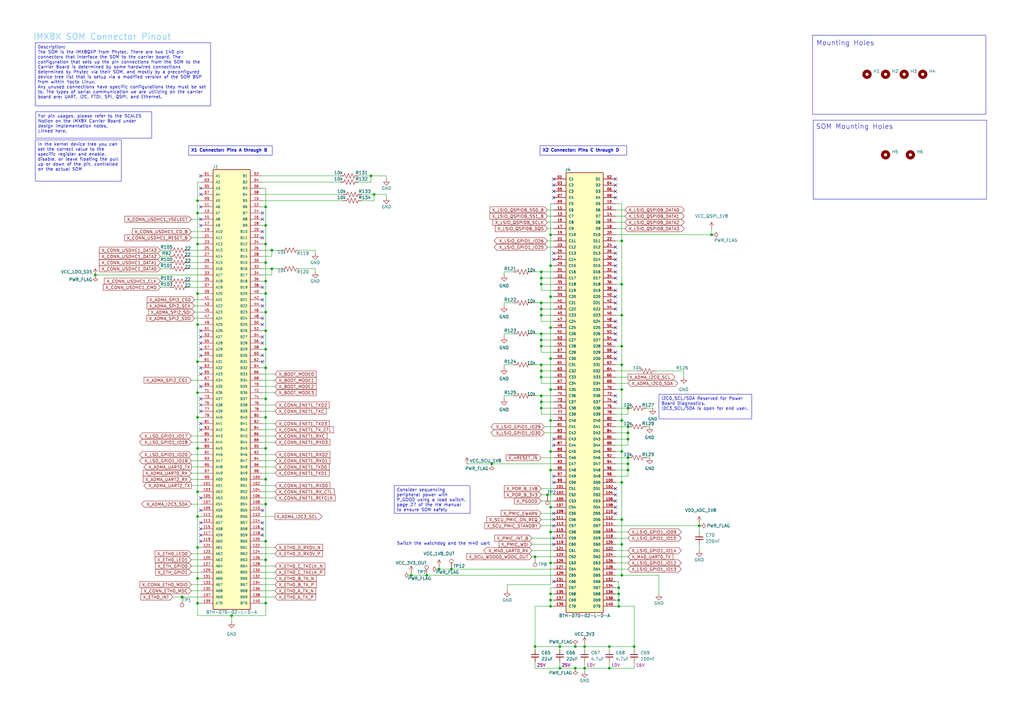
<source format=kicad_sch>
(kicad_sch (version 20250114) (generator "eeschema") (generator_version "9.0")
  (paper "A3")
  (rectangle (start 333.248 14.478) (end 404.368 46.863))
  (rectangle (start 333.502 49.276) (end 404.622 81.661))
  (text "Mounting Holes" (at 346.71 17.78 0) (effects (font (size 2.032 2.032) (thickness 0.1524) (bold yes))))
  (text "Switch the watchdog and the m40 uart" (at 181.864 223.012 0) (effects (font (size 1.27 1.27))))
  (text "SOM Mounting Holes" (at 350.52 52.07 0) (effects (font (size 2.032 2.032) (thickness 0.1524) (bold yes))))
  (text "IMX8X SOM Connector Pinout" (at 41.91 15.24 0) (effects (font (size 2.54 2.54) (thickness 0.254) (bold yes))))
  (text_box "Consider sequencing peripheral power with P_GOOD using a load switch. page 27 of the HW manual to ensure SOM safety" (at 161.671 199.136 0) (size 31.115 11.43) (margins 0.9525 0.9525 0.9525 0.9525) (effects (font (size 1.27 1.27)) (justify left top)))
  (text_box "X2 Connector: Pins C through D" (at 221.488 59.817 0) (size 35.56 3.81) (margins 0.9525 0.9525 0.9525 0.9525) (effects (font (size 1.27 1.27) (thickness 0.254) (bold yes)) (justify left top)))
  (text_box "In the kernel device tree you can set the correct value to the specific register and enable, disable, or leave floating the pull up or down of the pin, controlled on the actual SOM\n" (at 14.478 57.404 0) (size 35.306 16.891) (margins 0.9525 0.9525 0.9525 0.9525) (effects (font (size 1.27 1.27)) (justify left top)))
  (text_box "I2C0_SCL/SDA Reserved for Power Board Diagnostics. \nI2C3_SCL/SDA is open for end user." (at 270.256 161.671 0) (size 38.1 10.16) (margins 0.9525 0.9525 0.9525 0.9525) (effects (font (size 1.27 1.27)) (justify left top)))
  (text_box "For pin usages, please refer to the SCALES Notion on the IMX8X Carrier Board under design implementation notes.\nLinked here." (at 14.605 45.847 0) (size 47.625 10.795) (margins 0.9525 0.9525 0.9525 0.9525) (effects (font (size 1.27 1.27)) (justify left top)))
  (text_box "Description:\nThe SOM is the IMX8QXP from Phytec. There are two 140 pin connectors that interface the SOM to the carrier board. The configuration that sets up the pin connections from the SOM to the Carrier Board is determined by some hardwired connections determined by Phytec via their SOM, and mostly by a preconfigured device tree list that is setup via a modified version of the SOM BSP from within Yocto Linux.\nAny unused connections have specific configurations they must be set to. The types of serial communication we are utilizing on the carrier board are: UART, I2C, FTDI, SPI, QSPI, and Ethernet." (at 14.478 17.526 0) (size 71.882 25.908) (margins 0.9525 0.9525 0.9525 0.9525) (effects (font (size 1.27 1.27)) (justify left top)))
  (text_box "X1 Connector: Pins A through B" (at 77.343 59.817 0) (size 34.29 3.81) (margins 0.9525 0.9525 0.9525 0.9525) (effects (font (size 1.27 1.27) (thickness 0.254) (bold yes)) (justify left top)))
  (junction (at 257.556 190.246))
  (junction (at 81.026 224.536))
  (junction (at 108.966 120.396))
  (junction (at 229.616 265.176))
  (junction (at 108.966 150.876))
  (junction (at 239.776 274.066))
  (junction (at 225.806 208.026))
  (junction (at 255.016 149.606))
  (junction (at 221.996 114.046))
  (junction (at 255.016 116.586))
  (junction (at 175.006 235.966))
  (junction (at 239.776 265.176))
  (junction (at 255.016 235.966))
  (junction (at 225.806 147.066))
  (junction (at 81.026 237.236))
  (junction (at 225.806 121.666))
  (junction (at 257.556 177.546))
  (junction (at 221.996 162.306))
  (junction (at 219.456 265.176))
  (junction (at 221.996 124.206))
  (junction (at 255.016 141.986))
  (junction (at 108.966 171.196))
  (junction (at 257.556 167.386))
  (junction (at 257.556 180.086))
  (junction (at 260.096 265.176))
  (junction (at 108.966 128.016))
  (junction (at 108.966 100.076))
  (junction (at 225.806 218.186))
  (junction (at 111.506 102.616))
  (junction (at 255.016 197.866))
  (junction (at 219.456 228.346))
  (junction (at 81.026 201.676))
  (junction (at 221.996 149.606))
  (junction (at 229.616 274.066))
  (junction (at 255.016 172.466))
  (junction (at 221.996 136.906))
  (junction (at 255.016 185.166))
  (junction (at 221.996 154.686))
  (junction (at 221.996 139.446))
  (junction (at 235.966 265.176))
  (junction (at 108.966 247.396))
  (junction (at 255.016 213.106))
  (junction (at 253.746 241.046))
  (junction (at 221.996 164.846))
  (junction (at 225.806 134.366))
  (junction (at 108.966 143.256))
  (junction (at 81.026 120.396))
  (junction (at 108.966 229.616))
  (junction (at 81.026 247.396))
  (junction (at 221.996 167.386))
  (junction (at 221.996 116.586))
  (junction (at 81.026 82.296))
  (junction (at 225.806 246.126))
  (junction (at 108.966 92.456))
  (junction (at 225.806 172.466))
  (junction (at 225.806 159.766))
  (junction (at 111.506 110.236))
  (junction (at 221.996 126.746))
  (junction (at 257.556 192.786))
  (junction (at 108.966 206.756))
  (junction (at 81.026 211.836))
  (junction (at 286.766 215.646))
  (junction (at 255.016 129.286))
  (junction (at 221.996 141.986))
  (junction (at 225.806 230.886))
  (junction (at 74.676 244.856))
  (junction (at 225.806 108.966))
  (junction (at 152.146 72.136))
  (junction (at 255.016 159.766))
  (junction (at 108.966 135.636))
  (junction (at 108.966 196.596))
  (junction (at 291.846 96.266))
  (junction (at 201.676 190.246))
  (junction (at 253.746 246.126))
  (junction (at 108.966 115.316))
  (junction (at 224.536 202.946))
  (junction (at 225.806 248.666))
  (junction (at 180.086 233.426))
  (junction (at 253.746 248.666))
  (junction (at 81.026 148.336))
  (junction (at 249.936 265.176))
  (junction (at 81.026 183.896))
  (junction (at 81.026 171.196))
  (junction (at 225.806 185.166))
  (junction (at 81.026 100.076))
  (junction (at 221.996 152.146))
  (junction (at 225.806 192.786))
  (junction (at 221.996 111.506))
  (junction (at 225.806 243.586))
  (junction (at 108.966 163.576))
  (junction (at 235.966 274.066))
  (junction (at 255.016 223.266))
  (junction (at 185.166 233.426))
  (junction (at 81.026 133.096))
  (junction (at 255.016 98.806))
  (junction (at 108.966 183.896))
  (junction (at 108.966 107.696))
  (junction (at 108.966 84.836))
  (junction (at 94.996 252.476))
  (junction (at 257.556 187.706))
  (junction (at 39.116 112.776))
  (junction (at 81.026 161.036))
  (junction (at 257.556 175.006))
  (junction (at 81.026 87.376))
  (junction (at 221.996 129.286))
  (junction (at 225.806 96.266))
  (junction (at 249.936 274.066))
  (junction (at 168.656 235.966))
  (junction (at 108.966 221.996))
  (junction (at 253.746 243.586))
  (junction (at 153.416 79.756))
  (no_connect (at 252.476 108.966))
  (no_connect (at 107.696 130.556))
  (no_connect (at 252.476 200.406))
  (no_connect (at 82.296 135.636))
  (no_connect (at 252.476 162.306))
  (no_connect (at 107.696 94.996))
  (no_connect (at 252.476 205.486))
  (no_connect (at 82.296 150.876))
  (no_connect (at 227.076 106.426))
  (no_connect (at 82.296 176.276))
  (no_connect (at 107.696 216.916))
  (no_connect (at 82.296 77.216))
  (no_connect (at 227.076 182.626))
  (no_connect (at 107.696 125.476))
  (no_connect (at 252.476 75.946))
  (no_connect (at 227.076 238.506))
  (no_connect (at 252.476 144.526))
  (no_connect (at 227.076 220.726))
  (no_connect (at 252.476 124.206))
  (no_connect (at 82.296 145.796))
  (no_connect (at 252.476 78.486))
  (no_connect (at 227.076 103.886))
  (no_connect (at 227.076 213.106))
  (no_connect (at 227.076 180.086))
  (no_connect (at 252.476 139.446))
  (no_connect (at 227.076 195.326))
  (no_connect (at 82.296 221.996))
  (no_connect (at 82.296 84.836))
  (no_connect (at 107.696 87.376))
  (no_connect (at 107.696 209.296))
  (no_connect (at 227.076 75.946))
  (no_connect (at 252.476 131.826))
  (no_connect (at 82.296 219.456))
  (no_connect (at 252.476 164.846))
  (no_connect (at 227.076 215.646))
  (no_connect (at 107.696 214.376))
  (no_connect (at 82.296 204.216))
  (no_connect (at 252.476 136.906))
  (no_connect (at 252.476 114.046))
  (no_connect (at 107.696 140.716))
  (no_connect (at 227.076 210.566))
  (no_connect (at 107.696 122.936))
  (no_connect (at 107.696 138.176))
  (no_connect (at 252.476 81.026))
  (no_connect (at 82.296 216.916))
  (no_connect (at 252.476 101.346))
  (no_connect (at 82.296 92.456))
  (no_connect (at 107.696 97.536))
  (no_connect (at 252.476 111.506))
  (no_connect (at 82.296 72.136))
  (no_connect (at 252.476 126.746))
  (no_connect (at 252.476 106.426))
  (no_connect (at 82.296 158.496))
  (no_connect (at 82.296 168.656))
  (no_connect (at 252.476 202.946))
  (no_connect (at 227.076 81.026))
  (no_connect (at 252.476 134.366))
  (no_connect (at 252.476 121.666))
  (no_connect (at 227.076 78.486))
  (no_connect (at 252.476 119.126))
  (no_connect (at 107.696 219.456))
  (no_connect (at 82.296 79.756))
  (no_connect (at 82.296 173.736))
  (no_connect (at 252.476 103.886))
  (no_connect (at 82.296 166.116))
  (no_connect (at 107.696 145.796))
  (no_connect (at 82.296 153.416))
  (no_connect (at 82.296 143.256))
  (no_connect (at 227.076 197.866))
  (no_connect (at 252.476 210.566))
  (no_connect (at 107.696 117.856))
  (no_connect (at 82.296 163.576))
  (no_connect (at 227.076 73.406))
  (no_connect (at 82.296 140.716))
  (no_connect (at 107.696 89.916))
  (no_connect (at 82.296 209.296))
  (no_connect (at 107.696 148.336))
  (no_connect (at 252.476 147.066))
  (no_connect (at 227.076 223.266))
  (no_connect (at 82.296 89.916))
  (no_connect (at 107.696 133.096))
  (no_connect (at 82.296 138.176))
  (no_connect (at 82.296 214.376))
  (no_connect (at 252.476 208.026))
  (no_connect (at 252.476 73.406))
  (wire (pts (xy 78.486 97.536) (xy 82.296 97.536)))
  (wire (pts (xy 270.256 243.586) (xy 270.256 235.966)))
  (wire (pts (xy 107.696 115.316) (xy 108.966 115.316)))
  (wire (pts (xy 107.696 221.996) (xy 108.966 221.996)))
  (wire (pts (xy 227.076 172.466) (xy 225.806 172.466)))
  (wire (pts (xy 82.296 183.896) (xy 81.026 183.896)))
  (wire (pts (xy 78.486 94.996) (xy 82.296 94.996)))
  (wire (pts (xy 252.476 83.566) (xy 255.016 83.566)))
  (wire (pts (xy 227.076 167.386) (xy 221.996 167.386)))
  (wire (pts (xy 153.416 79.756) (xy 153.416 82.296)))
  (wire (pts (xy 81.026 237.236) (xy 82.296 237.236)))
  (wire (pts (xy 107.696 105.156) (xy 111.506 105.156)))
  (wire (pts (xy 227.076 144.526) (xy 221.996 144.526)))
  (wire (pts (xy 221.996 200.406) (xy 227.076 200.406)))
  (wire (pts (xy 107.696 186.436) (xy 112.776 186.436)))
  (wire (pts (xy 78.486 186.436) (xy 82.296 186.436)))
  (wire (pts (xy 81.026 247.396) (xy 82.296 247.396)))
  (wire (pts (xy 252.476 182.626) (xy 257.556 182.626)))
  (wire (pts (xy 107.696 163.576) (xy 108.966 163.576)))
  (wire (pts (xy 206.756 162.306) (xy 206.756 163.576)))
  (wire (pts (xy 239.776 274.066) (xy 239.776 275.336)))
  (wire (pts (xy 107.696 74.676) (xy 139.446 74.676)))
  (wire (pts (xy 94.996 255.016) (xy 94.996 252.476)))
  (wire (pts (xy 252.476 190.246) (xy 257.556 190.246)))
  (wire (pts (xy 108.966 115.316) (xy 108.966 120.396)))
  (wire (pts (xy 107.696 110.236) (xy 111.506 110.236)))
  (wire (pts (xy 221.996 119.126) (xy 221.996 116.586)))
  (wire (pts (xy 221.996 162.306) (xy 227.076 162.306)))
  (wire (pts (xy 111.506 105.156) (xy 111.506 102.616)))
  (wire (pts (xy 257.556 167.386) (xy 257.556 169.926)))
  (wire (pts (xy 252.476 154.686) (xy 257.556 154.686)))
  (wire (pts (xy 227.076 157.226) (xy 221.996 157.226)))
  (wire (pts (xy 78.486 181.356) (xy 82.296 181.356)))
  (wire (pts (xy 219.456 265.176) (xy 229.616 265.176)))
  (wire (pts (xy 257.556 175.006) (xy 257.556 177.546)))
  (wire (pts (xy 107.696 196.596) (xy 108.966 196.596)))
  (wire (pts (xy 252.476 116.586) (xy 255.016 116.586)))
  (wire (pts (xy 255.016 98.806) (xy 255.016 116.586)))
  (wire (pts (xy 286.766 215.646) (xy 286.766 218.186)))
  (wire (pts (xy 81.026 148.336) (xy 81.026 161.036)))
  (wire (pts (xy 39.116 112.776) (xy 82.296 112.776)))
  (wire (pts (xy 260.096 266.446) (xy 260.096 265.176)))
  (wire (pts (xy 210.566 162.306) (xy 206.756 162.306)))
  (wire (pts (xy 252.476 167.386) (xy 257.556 167.386)))
  (wire (pts (xy 221.996 157.226) (xy 221.996 154.686)))
  (wire (pts (xy 221.996 111.506) (xy 227.076 111.506)))
  (wire (pts (xy 148.336 79.756) (xy 153.416 79.756)))
  (wire (pts (xy 225.806 108.966) (xy 225.806 96.266)))
  (wire (pts (xy 227.076 246.126) (xy 225.806 246.126)))
  (wire (pts (xy 227.076 139.446) (xy 221.996 139.446)))
  (wire (pts (xy 108.966 143.256) (xy 108.966 150.876)))
  (wire (pts (xy 70.866 244.856) (xy 74.676 244.856)))
  (wire (pts (xy 252.476 185.166) (xy 255.016 185.166)))
  (wire (pts (xy 107.696 227.076) (xy 112.776 227.076)))
  (wire (pts (xy 227.076 164.846) (xy 221.996 164.846)))
  (wire (pts (xy 153.416 82.296) (xy 148.336 82.296)))
  (wire (pts (xy 78.486 188.976) (xy 82.296 188.976)))
  (wire (pts (xy 108.966 171.196) (xy 108.966 183.896)))
  (wire (pts (xy 227.076 159.766) (xy 225.806 159.766)))
  (wire (pts (xy 158.496 79.756) (xy 158.496 81.026)))
  (wire (pts (xy 81.026 120.396) (xy 81.026 133.096)))
  (wire (pts (xy 206.756 136.906) (xy 206.756 138.176)))
  (wire (pts (xy 252.476 175.006) (xy 257.556 175.006)))
  (wire (pts (xy 253.746 238.506) (xy 253.746 241.046)))
  (wire (pts (xy 107.696 173.736) (xy 112.776 173.736)))
  (wire (pts (xy 227.076 121.666) (xy 225.806 121.666)))
  (wire (pts (xy 260.096 274.066) (xy 249.936 274.066)))
  (wire (pts (xy 111.506 112.776) (xy 111.506 110.236)))
  (wire (pts (xy 260.096 271.526) (xy 260.096 274.066)))
  (wire (pts (xy 107.696 239.776) (xy 112.776 239.776)))
  (wire (pts (xy 107.696 168.656) (xy 112.776 168.656)))
  (wire (pts (xy 111.506 102.616) (xy 115.316 102.616)))
  (wire (pts (xy 65.786 102.616) (xy 69.596 102.616)))
  (wire (pts (xy 158.496 72.136) (xy 158.496 73.406)))
  (wire (pts (xy 108.966 128.016) (xy 108.966 135.636)))
  (wire (pts (xy 65.786 110.236) (xy 69.596 110.236)))
  (wire (pts (xy 78.486 199.136) (xy 82.296 199.136)))
  (wire (pts (xy 107.696 234.696) (xy 112.776 234.696)))
  (wire (pts (xy 82.296 133.096) (xy 81.026 133.096)))
  (wire (pts (xy 227.076 114.046) (xy 221.996 114.046)))
  (wire (pts (xy 229.616 274.066) (xy 235.966 274.066)))
  (wire (pts (xy 255.016 213.106) (xy 252.476 213.106)))
  (wire (pts (xy 235.966 265.176) (xy 239.776 265.176)))
  (wire (pts (xy 235.966 274.066) (xy 239.776 274.066)))
  (wire (pts (xy 252.476 98.806) (xy 255.016 98.806)))
  (wire (pts (xy 255.016 223.266) (xy 255.016 213.106)))
  (wire (pts (xy 81.026 82.296) (xy 82.296 82.296)))
  (wire (pts (xy 255.016 83.566) (xy 255.016 98.806)))
  (wire (pts (xy 65.786 105.156) (xy 69.596 105.156)))
  (wire (pts (xy 81.026 252.476) (xy 81.026 247.396)))
  (wire (pts (xy 218.186 228.346) (xy 219.456 228.346)))
  (wire (pts (xy 255.016 213.106) (xy 255.016 197.866)))
  (wire (pts (xy 219.456 274.066) (xy 229.616 274.066)))
  (wire (pts (xy 252.476 159.766) (xy 255.016 159.766)))
  (wire (pts (xy 81.026 100.076) (xy 82.296 100.076)))
  (wire (pts (xy 218.186 225.806) (xy 227.076 225.806)))
  (wire (pts (xy 224.536 202.946) (xy 227.076 202.946)))
  (wire (pts (xy 107.696 237.236) (xy 112.776 237.236)))
  (wire (pts (xy 257.556 187.706) (xy 257.556 190.246)))
  (wire (pts (xy 265.176 167.386) (xy 267.716 167.386)))
  (wire (pts (xy 255.016 185.166) (xy 255.016 197.866)))
  (wire (pts (xy 256.286 91.186) (xy 252.476 91.186)))
  (wire (pts (xy 208.026 239.776) (xy 208.026 242.316)))
  (wire (pts (xy 210.566 124.206) (xy 206.756 124.206)))
  (wire (pts (xy 239.776 265.176) (xy 239.776 266.446)))
  (wire (pts (xy 225.806 159.766) (xy 225.806 172.466)))
  (wire (pts (xy 255.016 116.586) (xy 255.016 129.286)))
  (wire (pts (xy 286.766 214.376) (xy 286.766 215.646)))
  (wire (pts (xy 225.806 241.046) (xy 225.806 243.586)))
  (wire (pts (xy 252.476 195.326) (xy 257.556 195.326)))
  (wire (pts (xy 107.696 150.876) (xy 108.966 150.876)))
  (wire (pts (xy 227.076 129.286) (xy 221.996 129.286)))
  (wire (pts (xy 78.486 89.916) (xy 82.296 89.916)))
  (wire (pts (xy 112.776 158.496) (xy 107.696 158.496)))
  (wire (pts (xy 218.186 162.306) (xy 221.996 162.306)))
  (wire (pts (xy 224.536 88.646) (xy 227.076 88.646)))
  (wire (pts (xy 81.026 224.536) (xy 81.026 237.236)))
  (wire (pts (xy 239.776 274.066) (xy 249.936 274.066)))
  (wire (pts (xy 81.026 201.676) (xy 81.026 211.836)))
  (wire (pts (xy 108.966 77.216) (xy 108.966 84.836)))
  (wire (pts (xy 107.696 242.316) (xy 112.776 242.316)))
  (wire (pts (xy 225.806 208.026) (xy 227.076 208.026)))
  (wire (pts (xy 291.846 96.266) (xy 291.846 93.726)))
  (wire (pts (xy 108.966 163.576) (xy 108.966 171.196)))
  (wire (pts (xy 185.166 233.426) (xy 227.076 233.426)))
  (wire (pts (xy 107.696 120.396) (xy 108.966 120.396)))
  (wire (pts (xy 107.696 112.776) (xy 111.506 112.776)))
  (wire (pts (xy 255.016 159.766) (xy 255.016 172.466)))
  (wire (pts (xy 81.026 211.836) (xy 81.026 224.536)))
  (wire (pts (xy 77.216 115.316) (xy 82.296 115.316)))
  (wire (pts (xy 221.996 213.106) (xy 227.076 213.106)))
  (wire (pts (xy 252.476 225.806) (xy 257.556 225.806)))
  (wire (pts (xy 82.296 211.836) (xy 81.026 211.836)))
  (wire (pts (xy 252.476 180.086) (xy 257.556 180.086)))
  (wire (pts (xy 219.456 228.346) (xy 227.076 228.346)))
  (wire (pts (xy 227.076 185.166) (xy 225.806 185.166)))
  (wire (pts (xy 227.076 83.566) (xy 225.806 83.566)))
  (wire (pts (xy 107.696 102.616) (xy 111.506 102.616)))
  (wire (pts (xy 227.076 248.666) (xy 225.806 248.666)))
  (wire (pts (xy 221.996 187.706) (xy 227.076 187.706)))
  (wire (pts (xy 221.996 131.826) (xy 221.996 129.286)))
  (wire (pts (xy 77.216 105.156) (xy 82.296 105.156)))
  (wire (pts (xy 218.186 149.606) (xy 221.996 149.606)))
  (wire (pts (xy 224.536 86.106) (xy 227.076 86.106)))
  (wire (pts (xy 107.696 188.976) (xy 112.776 188.976)))
  (wire (pts (xy 227.076 243.586) (xy 225.806 243.586)))
  (wire (pts (xy 227.076 134.366) (xy 225.806 134.366)))
  (wire (pts (xy 153.416 79.756) (xy 158.496 79.756)))
  (wire (pts (xy 77.216 110.236) (xy 82.296 110.236)))
  (wire (pts (xy 107.696 224.536) (xy 112.776 224.536)))
  (wire (pts (xy 257.556 190.246) (xy 257.556 192.786)))
  (wire (pts (xy 225.806 134.366) (xy 225.806 147.066)))
  (wire (pts (xy 152.146 74.676) (xy 147.066 74.676)))
  (wire (pts (xy 227.076 147.066) (xy 225.806 147.066)))
  (wire (pts (xy 227.076 141.986) (xy 221.996 141.986)))
  (wire (pts (xy 252.476 177.546) (xy 257.556 177.546)))
  (wire (pts (xy 256.286 93.726) (xy 252.476 93.726)))
  (wire (pts (xy 201.676 190.246) (xy 191.516 190.246)))
  (wire (pts (xy 122.936 110.236) (xy 129.286 110.236)))
  (wire (pts (xy 227.076 241.046) (xy 225.806 241.046)))
  (wire (pts (xy 252.476 141.986) (xy 255.016 141.986)))
  (wire (pts (xy 129.286 102.616) (xy 129.286 103.886)))
  (wire (pts (xy 252.476 218.186) (xy 257.556 218.186)))
  (wire (pts (xy 256.286 88.646) (xy 252.476 88.646)))
  (wire (pts (xy 223.266 175.006) (xy 227.076 175.006)))
  (wire (pts (xy 107.696 135.636) (xy 108.966 135.636)))
  (wire (pts (xy 255.016 223.266) (xy 252.476 223.266)))
  (wire (pts (xy 210.566 111.506) (xy 206.756 111.506)))
  (wire (pts (xy 82.296 201.676) (xy 81.026 201.676)))
  (wire (pts (xy 112.776 153.416) (xy 107.696 153.416)))
  (wire (pts (xy 225.806 172.466) (xy 225.806 185.166)))
  (wire (pts (xy 268.986 152.146) (xy 280.416 152.146)))
  (wire (pts (xy 108.966 229.616) (xy 108.966 247.396)))
  (wire (pts (xy 81.026 183.896) (xy 81.026 201.676)))
  (wire (pts (xy 252.476 157.226) (xy 257.556 157.226)))
  (wire (pts (xy 257.556 177.546) (xy 257.556 180.086)))
  (wire (pts (xy 175.006 235.966) (xy 227.076 235.966)))
  (wire (pts (xy 81.026 148.336) (xy 81.026 133.096)))
  (wire (pts (xy 229.616 265.176) (xy 235.966 265.176)))
  (wire (pts (xy 252.476 215.646) (xy 286.766 215.646)))
  (wire (pts (xy 221.996 139.446) (xy 221.996 136.906)))
  (wire (pts (xy 108.966 183.896) (xy 108.966 196.596)))
  (wire (pts (xy 255.016 197.866) (xy 252.476 197.866)))
  (wire (pts (xy 221.996 114.046) (xy 221.996 116.586)))
  (wire (pts (xy 227.076 169.926) (xy 221.996 169.926)))
  (wire (pts (xy 252.476 230.886) (xy 257.556 230.886)))
  (wire (pts (xy 107.696 79.756) (xy 140.716 79.756)))
  (wire (pts (xy 225.806 248.666) (xy 225.806 246.126)))
  (wire (pts (xy 78.486 232.156) (xy 82.296 232.156)))
  (wire (pts (xy 252.476 187.706) (xy 257.556 187.706)))
  (wire (pts (xy 265.176 187.706) (xy 266.446 187.706)))
  (wire (pts (xy 107.696 92.456) (xy 108.966 92.456)))
  (wire (pts (xy 108.966 252.476) (xy 94.996 252.476)))
  (wire (pts (xy 252.476 129.286) (xy 255.016 129.286)))
  (wire (pts (xy 107.696 244.856) (xy 112.776 244.856)))
  (wire (pts (xy 82.296 161.036) (xy 81.026 161.036)))
  (wire (pts (xy 257.556 169.926) (xy 252.476 169.926)))
  (wire (pts (xy 218.186 136.906) (xy 221.996 136.906)))
  (wire (pts (xy 108.966 135.636) (xy 108.966 143.256)))
  (wire (pts (xy 81.026 74.676) (xy 81.026 82.296)))
  (wire (pts (xy 252.476 149.606) (xy 255.016 149.606)))
  (wire (pts (xy 107.696 204.216) (xy 112.776 204.216)))
  (wire (pts (xy 221.996 114.046) (xy 221.996 111.506)))
  (wire (pts (xy 225.806 208.026) (xy 225.806 218.186)))
  (wire (pts (xy 252.476 241.046) (xy 253.746 241.046)))
  (wire (pts (xy 227.076 230.886) (xy 225.806 230.886)))
  (wire (pts (xy 107.696 232.156) (xy 112.776 232.156)))
  (wire (pts (xy 108.966 92.456) (xy 108.966 100.076)))
  (wire (pts (xy 107.696 211.836) (xy 112.776 211.836)))
  (wire (pts (xy 107.696 107.696) (xy 108.966 107.696)))
  (wire (pts (xy 180.086 233.426) (xy 185.166 233.426)))
  (wire (pts (xy 221.996 202.946) (xy 224.536 202.946)))
  (wire (pts (xy 107.696 181.356) (xy 112.776 181.356)))
  (wire (pts (xy 107.696 178.816) (xy 112.776 178.816)))
  (wire (pts (xy 108.966 196.596) (xy 108.966 206.756)))
  (wire (pts (xy 225.806 147.066) (xy 225.806 159.766)))
  (wire (pts (xy 74.676 244.856) (xy 82.296 244.856)))
  (wire (pts (xy 108.966 107.696) (xy 108.966 115.316)))
  (wire (pts (xy 82.296 148.336) (xy 81.026 148.336)))
  (wire (pts (xy 108.966 150.876) (xy 108.966 163.576)))
  (wire (pts (xy 78.486 239.776) (xy 82.296 239.776)))
  (wire (pts (xy 129.286 110.236) (xy 129.286 111.506)))
  (wire (pts (xy 227.076 152.146) (xy 221.996 152.146)))
  (wire (pts (xy 221.996 164.846) (xy 221.996 167.386)))
  (wire (pts (xy 107.696 199.136) (xy 112.776 199.136)))
  (wire (pts (xy 81.026 82.296) (xy 81.026 87.376)))
  (wire (pts (xy 252.476 248.666) (xy 253.746 248.666)))
  (wire (pts (xy 201.676 190.246) (xy 227.076 190.246)))
  (wire (pts (xy 252.476 228.346) (xy 257.556 228.346)))
  (wire (pts (xy 225.806 192.786) (xy 225.806 208.026)))
  (wire (pts (xy 252.476 238.506) (xy 253.746 238.506)))
  (wire (pts (xy 255.016 149.606) (xy 255.016 159.766)))
  (wire (pts (xy 79.756 125.476) (xy 82.296 125.476)))
  (wire (pts (xy 227.076 131.826) (xy 221.996 131.826)))
  (wire (pts (xy 225.806 239.776) (xy 208.026 239.776)))
  (wire (pts (xy 108.966 100.076) (xy 108.966 107.696)))
  (wire (pts (xy 239.776 271.526) (xy 239.776 274.066)))
  (wire (pts (xy 81.026 100.076) (xy 81.026 120.396)))
  (wire (pts (xy 108.966 221.996) (xy 108.966 229.616)))
  (wire (pts (xy 111.506 110.236) (xy 115.316 110.236)))
  (wire (pts (xy 218.186 111.506) (xy 221.996 111.506)))
  (wire (pts (xy 227.076 154.686) (xy 221.996 154.686)))
  (wire (pts (xy 107.696 77.216) (xy 108.966 77.216)))
  (wire (pts (xy 252.476 233.426) (xy 257.556 233.426)))
  (wire (pts (xy 227.076 126.746) (xy 221.996 126.746)))
  (wire (pts (xy 219.456 248.666) (xy 219.456 265.176)))
  (wire (pts (xy 224.536 93.726) (xy 227.076 93.726)))
  (wire (pts (xy 79.756 130.556) (xy 82.296 130.556)))
  (wire (pts (xy 225.806 230.886) (xy 225.806 218.186)))
  (wire (pts (xy 79.756 128.016) (xy 82.296 128.016)))
  (wire (pts (xy 81.026 237.236) (xy 81.026 247.396)))
  (wire (pts (xy 221.996 164.846) (xy 221.996 162.306)))
  (wire (pts (xy 225.806 108.966) (xy 225.806 121.666)))
  (wire (pts (xy 77.216 102.616) (xy 82.296 102.616)))
  (wire (pts (xy 260.096 265.176) (xy 249.936 265.176)))
  (wire (pts (xy 78.486 155.956) (xy 82.296 155.956)))
  (wire (pts (xy 78.486 178.816) (xy 82.296 178.816)))
  (wire (pts (xy 82.296 120.396) (xy 81.026 120.396)))
  (wire (pts (xy 255.016 172.466) (xy 255.016 185.166)))
  (wire (pts (xy 77.216 107.696) (xy 82.296 107.696)))
  (wire (pts (xy 78.486 229.616) (xy 82.296 229.616)))
  (wire (pts (xy 229.616 271.526) (xy 229.616 274.066)))
  (wire (pts (xy 255.016 129.286) (xy 255.016 141.986)))
  (wire (pts (xy 112.776 161.036) (xy 107.696 161.036)))
  (wire (pts (xy 221.996 124.206) (xy 227.076 124.206)))
  (wire (pts (xy 206.756 111.506) (xy 206.756 112.776)))
  (wire (pts (xy 252.476 96.266) (xy 291.846 96.266)))
  (wire (pts (xy 81.026 87.376) (xy 81.026 100.076)))
  (wire (pts (xy 180.086 233.426) (xy 180.086 232.156)))
  (wire (pts (xy 225.806 185.166) (xy 225.806 192.786)))
  (wire (pts (xy 108.966 120.396) (xy 108.966 128.016)))
  (wire (pts (xy 112.776 155.956) (xy 107.696 155.956)))
  (wire (pts (xy 227.076 119.126) (xy 221.996 119.126)))
  (wire (pts (xy 221.996 126.746) (xy 221.996 129.286)))
  (wire (pts (xy 108.966 247.396) (xy 108.966 252.476)))
  (wire (pts (xy 168.656 235.966) (xy 168.656 234.696)))
  (wire (pts (xy 257.556 180.086) (xy 257.556 182.626)))
  (wire (pts (xy 252.476 172.466) (xy 255.016 172.466)))
  (wire (pts (xy 255.016 141.986) (xy 255.016 149.606)))
  (wire (pts (xy 270.256 235.966) (xy 255.016 235.966)))
  (wire (pts (xy 107.696 171.196) (xy 108.966 171.196)))
  (wire (pts (xy 107.696 201.676) (xy 112.776 201.676)))
  (wire (pts (xy 221.996 152.146) (xy 221.996 154.686)))
  (wire (pts (xy 210.566 136.906) (xy 206.756 136.906)))
  (wire (pts (xy 221.996 136.906) (xy 227.076 136.906)))
  (wire (pts (xy 257.556 192.786) (xy 257.556 195.326)))
  (wire (pts (xy 225.806 230.886) (xy 225.806 239.776)))
  (wire (pts (xy 107.696 206.756) (xy 108.966 206.756)))
  (wire (pts (xy 253.746 243.586) (xy 253.746 246.126)))
  (wire (pts (xy 252.476 243.586) (xy 253.746 243.586)))
  (wire (pts (xy 225.806 218.186) (xy 227.076 218.186)))
  (wire (pts (xy 78.486 234.696) (xy 82.296 234.696)))
  (wire (pts (xy 78.486 206.756) (xy 82.296 206.756)))
  (wire (pts (xy 107.696 82.296) (xy 140.716 82.296)))
  (wire (pts (xy 221.996 152.146) (xy 221.996 149.606)))
  (wire (pts (xy 122.936 102.616) (xy 129.286 102.616)))
  (wire (pts (xy 229.616 265.176) (xy 229.616 266.446)))
  (wire (pts (xy 77.216 117.856) (xy 82.296 117.856)))
  (wire (pts (xy 65.786 117.856) (xy 69.596 117.856)))
  (wire (pts (xy 82.296 74.676) (xy 81.026 74.676)))
  (wire (pts (xy 107.696 100.076) (xy 108.966 100.076)))
  (wire (pts (xy 107.696 194.056) (xy 112.776 194.056)))
  (wire (pts (xy 239.776 265.176) (xy 239.776 263.906)))
  (wire (pts (xy 107.696 84.836) (xy 108.966 84.836)))
  (wire (pts (xy 227.076 116.586) (xy 221.996 116.586)))
  (wire (pts (xy 221.996 169.926) (xy 221.996 167.386)))
  (wire (pts (xy 221.996 139.446) (xy 221.996 141.986)))
  (wire (pts (xy 107.696 166.116) (xy 112.776 166.116)))
  (wire (pts (xy 252.476 246.126) (xy 253.746 246.126)))
  (wire (pts (xy 253.746 246.126) (xy 253.746 248.666)))
  (wire (pts (xy 225.806 121.666) (xy 225.806 134.366)))
  (wire (pts (xy 225.806 83.566) (xy 225.806 96.266)))
  (wire (pts (xy 78.486 227.076) (xy 82.296 227.076)))
  (wire (pts (xy 252.476 235.966) (xy 255.016 235.966)))
  (wire (pts (xy 256.286 86.106) (xy 252.476 86.106)))
  (wire (pts (xy 78.486 242.316) (xy 82.296 242.316)))
  (wire (pts (xy 249.936 271.526) (xy 249.936 274.066)))
  (wire (pts (xy 78.486 196.596) (xy 82.296 196.596)))
  (wire (pts (xy 223.266 177.546) (xy 227.076 177.546)))
  (wire (pts (xy 221.996 210.566) (xy 227.076 210.566)))
  (wire (pts (xy 260.096 248.666) (xy 260.096 265.176)))
  (wire (pts (xy 249.936 265.176) (xy 239.776 265.176)))
  (wire (pts (xy 78.486 194.056) (xy 82.296 194.056)))
  (wire (pts (xy 108.966 84.836) (xy 108.966 92.456)))
  (wire (pts (xy 79.756 122.936) (xy 82.296 122.936)))
  (wire (pts (xy 225.806 243.586) (xy 225.806 246.126)))
  (wire (pts (xy 280.416 154.686) (xy 280.416 152.146)))
  (wire (pts (xy 107.696 72.136) (xy 139.446 72.136)))
  (wire (pts (xy 286.766 223.266) (xy 286.766 225.806)))
  (wire (pts (xy 221.996 126.746) (xy 221.996 124.206)))
  (wire (pts (xy 108.966 206.756) (xy 108.966 221.996)))
  (wire (pts (xy 107.696 191.516) (xy 112.776 191.516)))
  (wire (pts (xy 265.176 175.006) (xy 266.446 175.006)))
  (wire (pts (xy 224.536 101.346) (xy 227.076 101.346)))
  (wire (pts (xy 225.806 248.666) (xy 219.456 248.666)))
  (wire (pts (xy 224.536 98.806) (xy 227.076 98.806)))
  (wire (pts (xy 221.996 215.646) (xy 227.076 215.646)))
  (wire (pts (xy 252.476 192.786) (xy 257.556 192.786)))
  (wire (pts (xy 107.696 143.256) (xy 108.966 143.256)))
  (wire (pts (xy 252.476 220.726) (xy 257.556 220.726)))
  (wire (pts (xy 221.996 144.526) (xy 221.996 141.986)))
  (wire (pts (xy 107.696 183.896) (xy 108.966 183.896)))
  (wire (pts (xy 206.756 124.206) (xy 206.756 125.476)))
  (wire (pts (xy 252.476 152.146) (xy 261.366 152.146)))
  (wire (pts (xy 249.936 266.446) (xy 249.936 265.176)))
  (wire (pts (xy 253.746 241.046) (xy 253.746 243.586)))
  (wire (pts (xy 218.186 220.726) (xy 227.076 220.726)))
  (wire (pts (xy 94.996 252.476) (xy 81.026 252.476)))
  (wire (pts (xy 219.456 266.446) (xy 219.456 265.176)))
  (wire (pts (xy 82.296 224.536) (xy 81.026 224.536)))
  (wire (pts (xy 253.746 248.666) (xy 260.096 248.666)))
  (wire (pts (xy 168.656 235.966) (xy 175.006 235.966)))
  (wire (pts (xy 65.786 107.696) (xy 69.596 107.696)))
  (wire (pts (xy 206.756 149.606) (xy 206.756 150.876)))
  (wire (pts (xy 255.016 235.966) (xy 255.016 223.266)))
  (wire (pts (xy 107.696 176.276) (xy 112.776 176.276)))
  (wire (pts (xy 81.026 87.376) (xy 82.296 87.376)))
  (wire (pts (xy 107.696 247.396) (xy 108.966 247.396)))
  (wire (pts (xy 218.186 124.206) (xy 221.996 124.206)))
  (wire (pts (xy 225.806 192.786) (xy 227.076 192.786)))
  (wire (pts (xy 210.566 149.606) (xy 206.756 149.606)))
  (wire (pts (xy 107.696 229.616) (xy 108.966 229.616)))
  (wire (pts (xy 81.026 161.036) (xy 81.026 171.196)))
  (wire (pts (xy 82.296 171.196) (xy 81.026 171.196)))
  (wire (pts (xy 65.786 115.316) (xy 69.596 115.316)))
  (wire (pts (xy 225.806 96.266) (xy 227.076 96.266)))
  (wire (pts (xy 221.996 149.606) (xy 227.076 149.606)))
  (wire (pts (xy 81.026 171.196) (xy 81.026 183.896)))
  (wire (pts (xy 152.146 72.136) (xy 152.146 74.676)))
  (wire (pts (xy 152.146 72.136) (xy 158.496 72.136)))
  (wire (pts (xy 218.186 223.266) (xy 227.076 223.266)))
  (wire (pts (xy 107.696 128.016) (xy 108.966 128.016)))
  (wire (pts (xy 219.456 271.526) (xy 219.456 274.066)))
  (wire (pts (xy 78.486 191.516) (xy 82.296 191.516)))
  (wire (pts (xy 224.536 91.186) (xy 227.076 91.186)))
  (wire (pts (xy 225.806 108.966) (xy 227.076 108.966)))
  (wire (pts (xy 221.996 205.486) (xy 227.076 205.486)))
  (wire (pts (xy 147.066 72.136) (xy 152.146 72.136)))
  (global_label "X_CONN_ENET1_TXD2" (shape input) (at 112.776 166.116 0) (property "Intersheetrefs" "${INTERSHEET_REFS}" (effects (hide yes))))
  (global_label "X_BOOT_MODE3" (shape input) (at 112.776 161.036 0) (property "Intersheetrefs" "${INTERSHEET_REFS}" (effects (hide yes))))
  (global_label "X_LSIO_GPIO1_IO13" (shape bidirectional) (at 257.556 233.426 0) (property "Intersheetrefs" "${INTERSHEET_REFS}" (effects (hide yes))))
  (global_label "X_PGOOD" (shape input) (at 221.996 205.486 180) (property "Intersheetrefs" "${INTERSHEET_REFS}" (effects (hide yes))))
  (global_label "X_ADMA_UART0_TX" (shape output) (at 78.486 191.516 180) (property "Intersheetrefs" "${INTERSHEET_REFS}" (effects (hide yes))))
  (global_label "X_ADMA_I2C0_SCL" (shape output) (at 257.556 154.686 0) (property "Intersheetrefs" "${INTERSHEET_REFS}" (effects (hide yes))))
  (global_label "~{X_nRESET_IN}" (shape input) (at 221.996 187.706 180) (property "Intersheetrefs" "${INTERSHEET_REFS}" (effects (hide yes))))
  (global_label "X_ADMA_UART0_RX" (shape input) (at 78.486 194.056 180) (property "Intersheetrefs" "${INTERSHEET_REFS}" (effects (hide yes))))
  (global_label "X_PMIC_EWARN" (shape input) (at 221.996 210.566 180) (property "Intersheetrefs" "${INTERSHEET_REFS}" (effects (hide yes))))
  (global_label "X_CONN_ENET1_RXD0" (shape input) (at 112.776 199.136 0) (property "Intersheetrefs" "${INTERSHEET_REFS}" (effects (hide yes))))
  (global_label "X_BOOT_MODE0" (shape input) (at 112.776 153.416 0) (property "Intersheetrefs" "${INTERSHEET_REFS}" (effects (hide yes))))
  (global_label "X_ADMA_SPI2_SDO" (shape input) (at 79.756 130.556 180) (property "Intersheetrefs" "${INTERSHEET_REFS}" (effects (hide yes))))
  (global_label "X_CONN_ENET1_RXC" (shape input) (at 112.776 178.816 0) (property "Intersheetrefs" "${INTERSHEET_REFS}" (effects (hide yes))))
  (global_label "X_ETH0_D_RXDV_N" (shape input) (at 112.776 224.536 0) (property "Intersheetrefs" "${INTERSHEET_REFS}" (effects (hide yes))))
  (global_label "X_LSIO_QSPI0B_DATA3" (shape bidirectional) (at 256.286 93.726 0) (property "Intersheetrefs" "${INTERSHEET_REFS}" (effects (hide yes))))
  (global_label "X_CONN_ENET1_REFCLK" (shape input) (at 112.776 204.216 0) (property "Intersheetrefs" "${INTERSHEET_REFS}" (effects (hide yes))))
  (global_label "X_CONN_ENET1_RXD2" (shape input) (at 112.776 186.436 0) (property "Intersheetrefs" "${INTERSHEET_REFS}" (effects (hide yes))))
  (global_label "X_ETH0_A_TX_P" (shape input) (at 112.776 244.856 0) (property "Intersheetrefs" "${INTERSHEET_REFS}" (effects (hide yes))))
  (global_label "X_SCU_WDOG0_WDOG_OUT" (shape input) (at 218.186 228.346 180) (property "Intersheetrefs" "${INTERSHEET_REFS}" (effects (hide yes))))
  (global_label "X_CONN_ENET1_TXC" (shape input) (at 112.776 168.656 0) (property "Intersheetrefs" "${INTERSHEET_REFS}" (effects (hide yes))))
  (global_label "X_PMIC_INT_B" (shape input) (at 218.186 220.726 180) (property "Intersheetrefs" "${INTERSHEET_REFS}" (effects (hide yes))))
  (global_label "X_ADMA_SPI2_SCK" (shape input) (at 79.756 125.476 180) (property "Intersheetrefs" "${INTERSHEET_REFS}" (effects (hide yes))))
  (global_label "X_LSIO_GPIO1_IO30" (shape bidirectional) (at 223.266 177.546 180) (property "Intersheetrefs" "${INTERSHEET_REFS}" (effects (hide yes))))
  (global_label "X_BOOT_MODE1" (shape input) (at 112.776 155.956 0) (property "Intersheetrefs" "${INTERSHEET_REFS}" (effects (hide yes))))
  (global_label "X_ADMA_I2C0_SDA" (shape bidirectional) (at 257.556 157.226 0) (property "Intersheetrefs" "${INTERSHEET_REFS}" (effects (hide yes))))
  (global_label "X_POR_B_3V3" (shape input) (at 221.996 202.946 180) (property "Intersheetrefs" "${INTERSHEET_REFS}" (effects (hide yes))))
  (global_label "X_LSIO_GPIO1_IO09" (shape bidirectional) (at 257.556 218.186 0) (property "Intersheetrefs" "${INTERSHEET_REFS}" (effects (hide yes))))
  (global_label "X_LSIO_QSPI0B_DATA0" (shape bidirectional) (at 256.286 86.106 0) (property "Intersheetrefs" "${INTERSHEET_REFS}" (effects (hide yes))))
  (global_label "X_ADMA_I2C3_SDA" (shape bidirectional) (at 78.486 206.756 180) (property "Intersheetrefs" "${INTERSHEET_REFS}" (effects (hide yes))))
  (global_label "X_LSIO_QSPI0B_SCLK" (shape input) (at 224.536 91.186 180) (property "Intersheetrefs" "${INTERSHEET_REFS}" (effects (hide yes))))
  (global_label "X_ETH0_B_TX_P" (shape input) (at 112.776 239.776 0) (property "Intersheetrefs" "${INTERSHEET_REFS}" (effects (hide yes))))
  (global_label "X_PMIC_WDI" (shape input) (at 218.186 223.266 180) (property "Intersheetrefs" "${INTERSHEET_REFS}" (effects (hide yes))))
  (global_label "X_CONN_USDHC1_DATA1" (shape input) (at 65.786 107.696 180) (property "Intersheetrefs" "${INTERSHEET_REFS}" (effects (hide yes))))
  (global_label "X_LSIO_QSPI0B_DATA2" (shape bidirectional) (at 256.286 91.186 0) (property "Intersheetrefs" "${INTERSHEET_REFS}" (effects (hide yes))))
  (global_label "X_M40_UART0_TX" (shape input) (at 257.556 228.346 0) (property "Intersheetrefs" "${INTERSHEET_REFS}" (effects (hide yes))))
  (global_label "X_LSO_GPIO1_IO17" (shape bidirectional) (at 78.486 178.816 180) (property "Intersheetrefs" "${INTERSHEET_REFS}" (effects (hide yes))))
  (global_label "X_ADMA_SPI2_CS0" (shape input) (at 79.756 122.936 180) (property "Intersheetrefs" "${INTERSHEET_REFS}" (effects (hide yes))))
  (global_label "X_CONN_ENET1_TX_CTL" (shape input) (at 112.776 176.276 0) (property "Intersheetrefs" "${INTERSHEET_REFS}" (effects (hide yes))))
  (global_label "X_LSIO_GPIO1_IO29" (shape bidirectional) (at 223.266 175.006 180) (property "Intersheetrefs" "${INTERSHEET_REFS}" (effects (hide yes))))
  (global_label "X_ETH0_B_TX_N" (shape input) (at 112.776 237.236 0) (property "Intersheetrefs" "${INTERSHEET_REFS}" (effects (hide yes))))
  (global_label "X_ETH0_C_TXCLK_P" (shape input) (at 112.776 234.696 0) (property "Intersheetrefs" "${INTERSHEET_REFS}" (effects (hide yes))))
  (global_label "X_LSO_GPIO1_IO19" (shape bidirectional) (at 78.486 188.976 180) (property "Intersheetrefs" "${INTERSHEET_REFS}" (effects (hide yes))))
  (global_label "X_POR_B_1V8" (shape input) (at 221.996 200.406 180) (property "Intersheetrefs" "${INTERSHEET_REFS}" (effects (hide yes))))
  (global_label "X_CONN_ENET1_TXD0" (shape input) (at 112.776 191.516 0) (property "Intersheetrefs" "${INTERSHEET_REFS}" (effects (hide yes))))
  (global_label "X_CONN_ENET1_TXD3" (shape input) (at 112.776 173.736 0) (property "Intersheetrefs" "${INTERSHEET_REFS}" (effects (hide yes))))
  (global_label "X_ETH0_INT" (shape input) (at 70.866 244.856 180) (property "Intersheetrefs" "${INTERSHEET_REFS}" (effects (hide yes))))
  (global_label "X_LSIO_GPIO1_IO26" (shape bidirectional) (at 224.536 98.806 180) (property "Intersheetrefs" "${INTERSHEET_REFS}" (effects (hide yes))))
  (global_label "X_ETH0_LED1" (shape input) (at 78.486 229.616 180) (property "Intersheetrefs" "${INTERSHEET_REFS}" (effects (hide yes))))
  (global_label "X_CONN_USDHC1_DATA2" (shape input) (at 65.786 105.156 180) (property "Intersheetrefs" "${INTERSHEET_REFS}" (effects (hide yes))))
  (global_label "X_ETH0_C_TXCLK_N" (shape input) (at 112.776 232.156 0) (property "Intersheetrefs" "${INTERSHEET_REFS}" (effects (hide yes))))
  (global_label "X_CONN_USDHC1_CD_B" (shape input) (at 78.486 94.996 180) (effects (font (thickness 0.1588))) (property "Intersheetrefs" "${INTERSHEET_REFS}" (effects (hide yes))))
  (global_label "X_SCU_PMIC_ON_REQ" (shape input) (at 221.996 213.106 180) (property "Intersheetrefs" "${INTERSHEET_REFS}" (effects (hide yes))))
  (global_label "X_ADMA_UART2_TX" (shape output) (at 78.486 199.136 180) (property "Intersheetrefs" "${INTERSHEET_REFS}" (effects (hide yes))))
  (global_label "X_CONN_USDHC1_VSELECT" (shape input) (at 78.486 89.916 180) (effects (font (thickness 0.1588))) (property "Intersheetrefs" "${INTERSHEET_REFS}" (effects (hide yes))))
  (global_label "X_CONN_USDHC1_DATA3" (shape input) (at 65.786 102.616 180) (property "Intersheetrefs" "${INTERSHEET_REFS}" (effects (hide yes))))
  (global_label "X_CONN_USDHC1_DATA0" (shape input) (at 65.786 110.236 180) (property "Intersheetrefs" "${INTERSHEET_REFS}" (effects (hide yes))))
  (global_label "X_CONN_ENET1_RXD1" (shape input) (at 112.776 188.976 0) (property "Intersheetrefs" "${INTERSHEET_REFS}" (effects (hide yes))))
  (global_label "X_ETH0_D_RXDV_P" (shape input) (at 112.776 227.076 0) (property "Intersheetrefs" "${INTERSHEET_REFS}" (effects (hide yes))))
  (global_label "X_CONN_USDHC1_CMD" (shape input) (at 65.786 117.856 180) (property "Intersheetrefs" "${INTERSHEET_REFS}" (effects (hide yes))))
  (global_label "X_ADMA_UART2_RX" (shape input) (at 78.486 196.596 180) (property "Intersheetrefs" "${INTERSHEET_REFS}" (effects (hide yes))))
  (global_label "X_LSO_GPIO1_IO18" (shape bidirectional) (at 78.486 181.356 180) (property "Intersheetrefs" "${INTERSHEET_REFS}" (effects (hide yes))))
  (global_label "X_ADMA_I2C3_SCL" (shape output) (at 112.776 211.836 0) (property "Intersheetrefs" "${INTERSHEET_REFS}" (effects (hide yes))))
  (global_label "X_CONN_USDHC1_CLK" (shape input) (at 65.786 115.316 180) (property "Intersheetrefs" "${INTERSHEET_REFS}" (effects (hide yes))))
  (global_label "X_M40_UART0_RX" (shape bidirectional) (at 218.186 225.806 180) (property "Intersheetrefs" "${INTERSHEET_REFS}" (effects (hide yes))))
  (global_label "X_CONN_USDHC1_RESET_B" (shape input) (at 78.486 97.536 180) (effects (font (thickness 0.1588))) (property "Intersheetrefs" "${INTERSHEET_REFS}" (effects (hide yes))))
  (global_label "X_LSIO_GPIO1_IO14" (shape bidirectional) (at 257.556 225.806 0) (property "Intersheetrefs" "${INTERSHEET_REFS}" (effects (hide yes))))
  (global_label "X_CONN_ENET1_TXD1" (shape input) (at 112.776 194.056 0) (property "Intersheetrefs" "${INTERSHEET_REFS}" (effects (hide yes))))
  (global_label "X_ETH0_A_TX_N" (shape input) (at 112.776 242.316 0) (property "Intersheetrefs" "${INTERSHEET_REFS}" (effects (hide yes))))
  (global_label "X_CONN_ENET1_RX_CTL" (shape input) (at 112.776 201.676 0) (property "Intersheetrefs" "${INTERSHEET_REFS}" (effects (hide yes))))
  (global_label "X_ETH0_LED0" (shape input) (at 78.486 227.076 180) (property "Intersheetrefs" "${INTERSHEET_REFS}" (effects (hide yes))))
  (global_label "X_LSIO_QSPIOB_SS0_B" (shape input) (at 224.536 86.106 180) (property "Intersheetrefs" "${INTERSHEET_REFS}" (effects (hide yes))))
  (global_label "X_CONN_ETH0_MDC" (shape input) (at 78.486 242.316 180) (property "Intersheetrefs" "${INTERSHEET_REFS}" (effects (hide yes))))
  (global_label "X_LSIO_QSPI0B_DATA1" (shape bidirectional) (at 256.286 88.646 0) (property "Intersheetrefs" "${INTERSHEET_REFS}" (effects (hide yes))))
  (global_label "X_LSIO_GPIO1_IO25" (shape bidirectional) (at 224.536 101.346 180) (property "Intersheetrefs" "${INTERSHEET_REFS}" (effects (hide yes))))
  (global_label "X_ADMA_SPI2_SDI" (shape input) (at 79.756 128.016 180) (property "Intersheetrefs" "${INTERSHEET_REFS}" (effects (hide yes))))
  (global_label "X_CONN_ETH0_MDIO" (shape input) (at 78.486 239.776 180) (property "Intersheetrefs" "${INTERSHEET_REFS}" (effects (hide yes))))
  (global_label "X_ADMA_SPI2_CS1" (shape input) (at 78.486 155.956 180) (property "Intersheetrefs" "${INTERSHEET_REFS}" (effects (hide yes))))
  (global_label "X_SCU_PMIC_STANDBY" (shape input) (at 221.996 215.646 180) (property "Intersheetrefs" "${INTERSHEET_REFS}" (effects (hide yes))))
  (global_label "X_LSIO_QSPIOB_SS1_B" (shape input) (at 224.536 88.646 180) (property "Intersheetrefs" "${INTERSHEET_REFS}" (effects (hide yes))))
  (global_label "X_BOOT_MODE2" (shape input) (at 112.776 158.496 0) (property "Intersheetrefs" "${INTERSHEET_REFS}" (effects (hide yes))))
  (global_label "X_LSO_GPIO1_IO20" (shape bidirectional) (at 78.486 186.436 180) (property "Intersheetrefs" "${INTERSHEET_REFS}" (effects (hide yes))))
  (global_label "X_ETH_GPIO0" (shape input) (at 78.486 232.156 180) (property "Intersheetrefs" "${INTERSHEET_REFS}" (effects (hide yes))))
  (global_label "X_LSIO_QSPI0B_DQS" (shape input) (at 224.536 93.726 180) (property "Intersheetrefs" "${INTERSHEET_REFS}" (effects (hide yes))))
  (global_label "X_LSIO_GPIO1_IO10" (shape bidirectional) (at 257.556 220.726 0) (property "Intersheetrefs" "${INTERSHEET_REFS}" (effects (hide yes))))
  (global_label "X_LSIO_GPIO1_IO12" (shape bidirectional) (at 257.556 230.886 0) (property "Intersheetrefs" "${INTERSHEET_REFS}" (effects (hide yes))))
  (global_label "X_CONN_ENET1_RXD3" (shape input) (at 112.776 181.356 0) (property "Intersheetrefs" "${INTERSHEET_REFS}" (effects (hide yes))))
  (global_label "X_ETH_GPIO1" (shape input) (at 78.486 234.696 180) (property "Intersheetrefs" "${INTERSHEET_REFS}" (effects (hide yes))))
  (symbol (lib_id "power:PWR_FLAG") (at 39.116 112.776 180) (unit 1)
    (property "Reference" "#FLG08" (effects (hide yes)))
    (property "Value" "PWR_FLAG" (at 37.846 114.681 0) (effects (justify left)))
    (property "Description" "Special symbol for telling ERC where power comes from" (effects (hide yes)))
  )
  (symbol (lib_id "power:GND") (at 286.766 225.806 0) (unit 1)
    (property "Reference" "#PWR140" (effects (hide yes)))
    (property "Value" "GND" (at 286.766 229.616 0))
    (property "Description" "Power symbol creates a global label with name \"GND\" , ground" (effects (hide yes)))
  )
  (symbol (lib_id "Device:R_US") (at 214.376 124.206 90) (unit 1)
    (property "Reference" "R122" (at 209.296 122.936 90))
    (property "Value" "10k" (at 217.932 123.444 90))
    (property "Footprint" "Resistor_SMD:R_0402_1005Metric" (effects (hide yes)))
    (property "Description" "Resistor, US symbol" (effects (hide yes)))
  )
  (symbol (lib_id "power:GND") (at 158.496 81.026 0) (unit 1)
    (property "Reference" "#PWR0117" (effects (hide yes)))
    (property "Value" "GND" (at 158.496 84.836 0))
    (property "Description" "Power symbol creates a global label with name \"GND\" , ground" (effects (hide yes)))
  )
  (symbol (lib_id "imx8_carrier_board_symbol_library:VCC_LDO_SD1") (at 39.116 112.776 0) (unit 1)
    (property "Reference" "#PWR04" (effects (hide yes)))
    (property "Value" "VCC_LDO_SD1" (at 31.496 111.506 0))
    (property "Description" "Power symbol creates a global label with name \"VCC\"" (effects (hide yes)))
  )
  (symbol (lib_id "power:GND") (at 206.756 138.176 0) (unit 1)
    (property "Reference" "#PWR0148" (effects (hide yes)))
    (property "Value" "GND" (at 206.756 142.621 0))
    (property "Description" "Power symbol creates a global label with name \"GND\" , ground" (effects (hide yes)))
  )
  (symbol (lib_id "Device:R_US") (at 119.126 102.616 270) (unit 1)
    (property "Reference" "R119" (at 124.206 103.886 90))
    (property "Value" "10k" (at 115.57 103.378 90))
    (property "Footprint" "Resistor_SMD:R_0402_1005Metric" (effects (hide yes)))
    (property "Description" "Resistor, US symbol" (effects (hide yes)))
  )
  (symbol (lib_id "Device:R_US") (at 73.406 117.856 90) (unit 1)
    (property "Reference" "R103" (at 68.326 116.586 90))
    (property "Value" "22" (at 76.962 117.094 90))
    (property "Footprint" "Resistor_SMD:R_0402_1005Metric" (effects (hide yes)))
    (property "Description" "Resistor, US symbol" (effects (hide yes)))
  )
  (symbol (lib_id "power:GND") (at 129.286 111.506 0) (unit 1)
    (property "Reference" "#PWR0124" (effects (hide yes)))
    (property "Value" "GND" (at 129.286 115.316 0))
    (property "Description" "Power symbol creates a global label with name \"GND\" , ground" (effects (hide yes)))
  )
  (symbol (lib_id "power:VCC") (at 191.516 190.246 0) (unit 1)
    (property "Reference" "#PWR144" (effects (hide yes)))
    (property "Value" "VCC_SCU_1V8" (at 199.136 188.976 0))
    (property "Description" "Power symbol creates a global label with name \"VCC\"" (effects (hide yes)))
  )
  (symbol (lib_id "Connector:TestPoint") (at 185.166 233.426 0) (unit 1)
    (property "Reference" "TP12" (at 185.801 232.156 0) (effects (justify left)))
    (property "Value" "TestPoint" (effects (hide yes)))
    (property "Footprint" "TestPoint:TestPoint_THTPad_1.0x1.0mm_Drill0.5mm" (effects (hide yes)))
    (property "Description" "test point" (effects (hide yes)))
  )
  (symbol (lib_id "Device:R_US") (at 73.406 110.236 90) (unit 1)
    (property "Reference" "R101" (at 68.326 108.966 90))
    (property "Value" "22" (at 76.962 109.474 90))
    (property "Footprint" "Resistor_SMD:R_0402_1005Metric" (effects (hide yes)))
    (property "Description" "Resistor, US symbol" (effects (hide yes)))
  )
  (symbol (lib_id "Device:C_Small") (at 229.616 268.986 0) (unit 1)
    (property "Reference" "C66" (at 232.156 267.716 0) (effects (justify left)))
    (property "Value" "22uF" (at 232.156 270.2623 0) (effects (justify left)))
    (property "Footprint" "Capacitor_SMD:C_0603_1608Metric" (effects (hide yes)))
    (property "Description" "Unpolarized capacitor, small symbol" (effects (hide yes)))
    (property "Voltage" "25V" (at 232.156 272.796 0))
  )
  (symbol (lib_id "Device:R_US") (at 143.256 72.136 270) (unit 1)
    (property "Reference" "R131" (at 148.336 70.866 90))
    (property "Value" "10k" (at 138.811 70.866 90))
    (property "Footprint" "Resistor_SMD:R_0402_1005Metric" (effects (hide yes)))
    (property "Description" "Resistor, US symbol" (effects (hide yes)))
  )
  (symbol (lib_id "Mechanical:MountingHole") (at 378.46 30.48 0) (unit 1) (in_bom no)
    (property "Reference" "H4" (at 381 29.2099 0) (effects (justify left)))
    (property "Value" "MountingHole" (effects (hide yes)))
    (property "Footprint" "MountingHole:MountingHole_3.2mm_M3" (effects (hide yes)))
    (property "Description" "Mounting Hole without connection" (effects (hide yes)))
  )
  (symbol (lib_id "imx8_carrier_board_symbol_library:VCC_3V3") (at 239.776 263.906 0) (unit 1)
    (property "Reference" "#PWR136" (effects (hide yes)))
    (property "Value" "VCC_3V3" (at 239.776 260.096 0))
    (property "Description" "Power symbol creates a global label with name \"VCC\"" (effects (hide yes)))
  )
  (symbol (lib_id "Connector:TestPoint") (at 219.456 228.346 180) (unit 1)
    (property "Reference" "TP8" (at 220.726 231.521 0) (effects (justify right)))
    (property "Value" "TestPoint" (effects (hide yes)))
    (property "Footprint" "TestPoint:TestPoint_THTPad_1.0x1.0mm_Drill0.5mm" (effects (hide yes)))
    (property "Description" "test point" (effects (hide yes)))
  )
  (symbol (lib_id "Device:R_US") (at 73.406 115.316 90) (unit 1)
    (property "Reference" "R102" (at 68.326 114.046 90))
    (property "Value" "22" (at 76.962 114.554 90))
    (property "Footprint" "Resistor_SMD:R_0402_1005Metric" (effects (hide yes)))
    (property "Description" "Resistor, US symbol" (effects (hide yes)))
  )
  (symbol (lib_id "power:GND") (at 267.716 167.386 0) (unit 1)
    (property "Reference" "#PWR0152" (effects (hide yes)))
    (property "Value" "GND" (at 267.716 171.831 0))
    (property "Description" "Power symbol creates a global label with name \"GND\" , ground" (effects (hide yes)))
  )
  (symbol (lib_id "Device:R_US") (at 261.366 167.386 270) (unit 1)
    (property "Reference" "R127" (at 265.811 166.116 90))
    (property "Value" "10k" (at 257.556 166.116 90))
    (property "Footprint" "Resistor_SMD:R_0402_1005Metric" (effects (hide yes)))
    (property "Description" "Resistor, US symbol" (effects (hide yes)))
  )
  (symbol (lib_id "power:PWR_FLAG") (at 168.656 235.966 90) (unit 1)
    (property "Reference" "#FLG01" (effects (hide yes)))
    (property "Value" "PWR_FLAG" (at 176.911 237.236 90) (effects (justify left)))
    (property "Description" "Special symbol for telling ERC where power comes from" (effects (hide yes)))
  )
  (symbol (lib_id "Device:R_US") (at 73.406 105.156 90) (unit 1)
    (property "Reference" "R92" (at 68.326 103.886 90))
    (property "Value" "22" (at 76.962 104.394 90))
    (property "Footprint" "Resistor_SMD:R_0402_1005Metric" (effects (hide yes)))
    (property "Description" "Resistor, US symbol" (effects (hide yes)))
  )
  (symbol (lib_id "power:GND") (at 129.286 103.886 0) (unit 1)
    (property "Reference" "#PWR096" (effects (hide yes)))
    (property "Value" "GND" (at 129.286 107.696 0))
    (property "Description" "Power symbol creates a global label with name \"GND\" , ground" (effects (hide yes)))
  )
  (symbol (lib_id "Device:R_US") (at 119.126 110.236 270) (unit 1)
    (property "Reference" "R120" (at 124.206 111.506 90))
    (property "Value" "10k" (at 115.57 110.998 90))
    (property "Footprint" "Resistor_SMD:R_0402_1005Metric" (effects (hide yes)))
    (property "Description" "Resistor, US symbol" (effects (hide yes)))
  )
  (symbol (lib_id "imx8_carrier_board_symbol_library:VCC_3V3_OUT") (at 168.656 234.696 0) (unit 1)
    (property "Reference" "#PWR020" (effects (hide yes)))
    (property "Value" "VCC_3V3_OUT" (at 168.656 230.886 0))
    (property "Description" "Power symbol creates a global label with name \"VCC\"" (effects (hide yes)))
  )
  (symbol (lib_id "Mechanical:MountingHole") (at 363.22 30.48 0) (unit 1) (in_bom no)
    (property "Reference" "H2" (at 365.76 29.2099 0) (effects (justify left)))
    (property "Value" "MountingHole" (effects (hide yes)))
    (property "Footprint" "MountingHole:MountingHole_3.2mm_M3" (effects (hide yes)))
    (property "Description" "Mounting Hole without connection" (effects (hide yes)))
  )
  (symbol (lib_id "power:GND") (at 208.026 242.316 0) (unit 1)
    (property "Reference" "#PWR138" (effects (hide yes)))
    (property "Value" "GND" (at 208.026 246.126 0))
    (property "Description" "Power symbol creates a global label with name \"GND\" , ground" (effects (hide yes)))
  )
  (symbol (lib_id "power:PWR_FLAG") (at 286.766 215.646 270) (unit 1)
    (property "Reference" "#FLG06" (effects (hide yes)))
    (property "Value" "PWR_FLAG" (at 294.64 215.646 90))
    (property "Description" "Special symbol for telling ERC where power comes from" (effects (hide yes)))
  )
  (symbol (lib_id "power:PWR_FLAG") (at 235.966 274.066 180) (unit 1)
    (property "Reference" "#FLG04" (effects (hide yes)))
    (property "Value" "PWR_FLAG" (at 234.696 275.971 0) (effects (justify left)))
    (property "Description" "Special symbol for telling ERC where power comes from" (effects (hide yes)))
  )
  (symbol (lib_id "power:GND") (at 206.756 112.776 0) (unit 1)
    (property "Reference" "#PWR0135" (effects (hide yes)))
    (property "Value" "GND" (at 206.756 117.221 0))
    (property "Description" "Power symbol creates a global label with name \"GND\" , ground" (effects (hide yes)))
  )
  (symbol (lib_id "Device:R_US") (at 261.366 187.706 270) (unit 1)
    (property "Reference" "R129" (at 265.811 186.436 90))
    (property "Value" "10k" (at 257.556 186.436 90))
    (property "Footprint" "Resistor_SMD:R_0402_1005Metric" (effects (hide yes)))
    (property "Description" "Resistor, US symbol" (effects (hide yes)))
  )
  (symbol (lib_id "Device:C_Small") (at 286.766 220.726 0) (unit 1)
    (property "Reference" "C70" (at 289.306 219.4623 0) (effects (justify left)))
    (property "Value" "220nF" (at 289.306 222.0023 0) (effects (justify left)))
    (property "Footprint" "Capacitor_SMD:C_0603_1608Metric" (effects (hide yes)))
    (property "Description" "Unpolarized capacitor, small symbol" (effects (hide yes)))
  )
  (symbol (lib_id "imx8_carrier_board_symbol_library:VCC_QSPI_1V8") (at 291.846 93.726 0) (unit 1)
    (property "Reference" "#PWR016" (effects (hide yes)))
    (property "Value" "VCC_QSPI_1V8" (at 291.846 88.646 0))
    (property "Description" "Power symbol creates a global label with name \"VCC\"" (effects (hide yes)))
  )
  (symbol (lib_id "power:PWR_FLAG") (at 180.086 233.426 90) (unit 1)
    (property "Reference" "#FLG02" (effects (hide yes)))
    (property "Value" "PWR_FLAG" (at 188.341 234.696 90) (effects (justify left)))
    (property "Description" "Special symbol for telling ERC where power comes from" (effects (hide yes)))
  )
  (symbol (lib_id "Device:R_US") (at 143.256 74.676 270) (unit 1)
    (property "Reference" "R132" (at 148.336 73.406 90))
    (property "Value" "10k" (at 138.811 73.406 90))
    (property "Footprint" "Resistor_SMD:R_0402_1005Metric" (effects (hide yes)))
    (property "Description" "Resistor, US symbol" (effects (hide yes)))
  )
  (symbol (lib_id "power:GND") (at 266.446 187.706 0) (unit 1)
    (property "Reference" "#PWR0154" (effects (hide yes)))
    (property "Value" "GND" (at 266.446 192.151 0))
    (property "Description" "Power symbol creates a global label with name \"GND\" , ground" (effects (hide yes)))
  )
  (symbol (lib_id "Mechanical:MountingHole") (at 370.84 30.48 0) (unit 1) (in_bom no)
    (property "Reference" "H3" (at 373.38 29.2099 0) (effects (justify left)))
    (property "Value" "MountingHole" (effects (hide yes)))
    (property "Footprint" "MountingHole:MountingHole_3.2mm_M3" (effects (hide yes)))
    (property "Description" "Mounting Hole without connection" (effects (hide yes)))
  )
  (symbol (lib_id "Device:C_Small") (at 219.456 268.986 0) (unit 1)
    (property "Reference" "C65" (at 221.996 267.7223 0) (effects (justify left)))
    (property "Value" "22uF" (at 221.996 270.2623 0) (effects (justify left)))
    (property "Footprint" "Capacitor_SMD:C_0603_1608Metric" (effects (hide yes)))
    (property "Description" "Unpolarized capacitor, small symbol" (effects (hide yes)))
    (property "Voltage" "25V" (at 221.996 272.796 0))
  )
  (symbol (lib_id "power:PWR_FLAG") (at 235.966 265.176 0) (unit 1)
    (property "Reference" "#FLG03" (effects (hide yes)))
    (property "Value" "PWR_FLAG" (at 225.171 263.271 0) (effects (justify left)))
    (property "Description" "Special symbol for telling ERC where power comes from" (effects (hide yes)))
  )
  (symbol (lib_id "power:PWR_FLAG") (at 291.846 96.266 270) (unit 1)
    (property "Reference" "#FLG014" (effects (hide yes)))
    (property "Value" "PWR_FLAG" (at 292.862 98.552 90) (effects (justify left)))
    (property "Description" "Special symbol for telling ERC where power comes from" (effects (hide yes)))
  )
  (symbol (lib_id "Device:C_Small") (at 260.096 268.986 0) (unit 1)
    (property "Reference" "C69" (at 262.636 267.7223 0) (effects (justify left)))
    (property "Value" "100nF" (at 262.636 270.2623 0) (effects (justify left)))
    (property "Footprint" "Capacitor_SMD:C_0603_1608Metric" (effects (hide yes)))
    (property "Description" "Unpolarized capacitor, small symbol" (effects (hide yes)))
    (property "Voltage" "16V" (at 262.636 272.796 0))
  )
  (symbol (lib_id "power:GND") (at 270.256 243.586 0) (unit 1)
    (property "Reference" "#PWR145" (effects (hide yes)))
    (property "Value" "GND" (at 270.256 247.396 0))
    (property "Description" "Power symbol creates a global label with name \"GND\" , ground" (effects (hide yes)))
  )
  (symbol (lib_id "Device:C_Small") (at 249.936 268.986 0) (unit 1)
    (property "Reference" "C68" (at 252.476 267.7223 0) (effects (justify left)))
    (property "Value" "4.7uF" (at 252.476 270.2623 0) (effects (justify left)))
    (property "Footprint" "Capacitor_SMD:C_0603_1608Metric" (effects (hide yes)))
    (property "Description" "Unpolarized capacitor, small symbol" (effects (hide yes)))
    (property "Voltage" "10V" (at 252.476 272.796 0))
  )
  (symbol (lib_id "Mechanical:MountingHole") (at 363.22 63.5 0) (unit 1) (in_bom no)
    (property "Reference" "H5" (at 365.76 62.2299 0) (effects (justify left)))
    (property "Value" "MountingHole" (effects (hide yes)))
    (property "Footprint" "MountingHole:MountingHole_2.7mm_M2.5" (effects (hide yes)))
    (property "Description" "Mounting Hole without connection" (effects (hide yes)))
  )
  (symbol (lib_id "power:GND") (at 158.496 73.406 0) (unit 1)
    (property "Reference" "#PWR0114" (effects (hide yes)))
    (property "Value" "GND" (at 158.496 77.216 0))
    (property "Description" "Power symbol creates a global label with name \"GND\" , ground" (effects (hide yes)))
  )
  (symbol (lib_id "power:PWR_FLAG") (at 201.676 190.246 180) (unit 1)
    (property "Reference" "#FLG05" (effects (hide yes)))
    (property "Value" "PWR_FLAG" (at 200.406 192.151 0) (effects (justify left)))
    (property "Description" "Special symbol for telling ERC where power comes from" (effects (hide yes)))
  )
  (symbol (lib_id "Connector:TestPoint") (at 175.006 235.966 0) (unit 1)
    (property "Reference" "TP7" (at 171.196 234.696 0) (effects (justify left)))
    (property "Value" "TestPoint" (effects (hide yes)))
    (property "Footprint" "TestPoint:TestPoint_THTPad_1.0x1.0mm_Drill0.5mm" (effects (hide yes)))
    (property "Description" "test point" (effects (hide yes)))
  )
  (symbol (lib_id "Device:R_US") (at 144.526 79.756 270) (unit 1)
    (property "Reference" "R133" (at 149.606 78.486 90))
    (property "Value" "10k" (at 140.081 78.486 90))
    (property "Footprint" "Resistor_SMD:R_0402_1005Metric" (effects (hide yes)))
    (property "Description" "Resistor, US symbol" (effects (hide yes)))
  )
  (symbol (lib_id "imx8_carrier_board_symbol_library:VDD_ADC_1V8") (at 286.766 214.376 0) (unit 1)
    (property "Reference" "#PWR033" (effects (hide yes)))
    (property "Value" "VDD_ADC_1V8" (at 287.401 209.296 0))
    (property "Description" "Power symbol creates a global label with name \"VCC\"" (effects (hide yes)))
  )
  (symbol (lib_id "power:GND") (at 280.416 154.686 0) (unit 1)
    (property "Reference" "#PWR0151" (effects (hide yes)))
    (property "Value" "GND" (at 280.416 159.766 0))
    (property "Description" "Power symbol creates a global label with name \"GND\" , ground" (effects (hide yes)))
  )
  (symbol (lib_id "Device:R_US") (at 214.376 136.906 90) (unit 1)
    (property "Reference" "R123" (at 209.296 135.636 90))
    (property "Value" "10k" (at 217.932 136.144 90))
    (property "Footprint" "Resistor_SMD:R_0402_1005Metric" (effects (hide yes)))
    (property "Description" "Resistor, US symbol" (effects (hide yes)))
  )
  (symbol (lib_id "imx8_carrier_board_symbol_library:BTH-070-02-L-D-A_1 (C to D)") (at 239.776 162.306 0) (unit 1)
    (property "Reference" "J4" (at 232.918 69.596 0))
    (property "Value" "BTH-070-02-L-D-A" (at 239.776 252.476 0))
    (property "Footprint" "imx8_carrier_board_footprints:SAMTEC_BTH-070-02-L-D-A" (effects (hide yes)))
    (property "Datasheet" "https://www.samtec.com/products/bth-070-02-l-d-a-k-tr#cadmodels" (effects (hide yes)))
    (property "Description" "IMX8 SOM Connector" (effects (hide yes)))
    (property "PARTREV" "R" (effects (hide yes)))
    (property "STANDARD" "Manufacturer Recommendations" (effects (hide yes)))
    (property "MANUFACTURER" "Samtec" (effects (hide yes)))
  )
  (symbol (lib_id "power:GND") (at 206.756 150.876 0) (unit 1)
    (property "Reference" "#PWR0149" (effects (hide yes)))
    (property "Value" "GND" (at 206.756 155.321 0))
    (property "Description" "Power symbol creates a global label with name \"GND\" , ground" (effects (hide yes)))
  )
  (symbol (lib_id "Device:R_US") (at 73.406 102.616 90) (unit 1)
    (property "Reference" "R105" (at 68.326 101.346 90))
    (property "Value" "22" (at 76.962 101.854 90))
    (property "Footprint" "Resistor_SMD:R_0402_1005Metric" (effects (hide yes)))
    (property "Description" "Resistor, US symbol" (effects (hide yes)))
  )
  (symbol (lib_id "power:GND") (at 266.446 175.006 0) (unit 1)
    (property "Reference" "#PWR0153" (effects (hide yes)))
    (property "Value" "GND" (at 266.446 179.451 0))
    (property "Description" "Power symbol creates a global label with name \"GND\" , ground" (effects (hide yes)))
  )
  (symbol (lib_id "power:GND") (at 94.996 255.016 0) (unit 1)
    (property "Reference" "#PWR2" (effects (hide yes)))
    (property "Value" "GND" (at 94.996 260.096 0))
    (property "Description" "Power symbol creates a global label with name \"GND\" , ground" (effects (hide yes)))
  )
  (symbol (lib_id "Device:R_US") (at 73.406 107.696 90) (unit 1)
    (property "Reference" "R100" (at 68.326 106.426 90))
    (property "Value" "22" (at 76.962 106.934 90))
    (property "Footprint" "Resistor_SMD:R_0402_1005Metric" (effects (hide yes)))
    (property "Description" "Resistor, US symbol" (effects (hide yes)))
  )
  (symbol (lib_id "Mechanical:MountingHole") (at 355.6 30.48 0) (unit 1) (in_bom no)
    (property "Reference" "H1" (at 358.14 29.2099 0) (effects (justify left)))
    (property "Value" "MountingHole" (effects (hide yes)))
    (property "Footprint" "MountingHole:MountingHole_3.2mm_M3" (effects (hide yes)))
    (property "Description" "Mounting Hole without connection" (effects (hide yes)))
  )
  (symbol (lib_id "Mechanical:MountingHole") (at 373.38 63.5 0) (unit 1) (in_bom no)
    (property "Reference" "H6" (at 375.92 62.2299 0) (effects (justify left)))
    (property "Value" "MountingHole" (effects (hide yes)))
    (property "Footprint" "MountingHole:MountingHole_2.7mm_M2.5" (effects (hide yes)))
    (property "Description" "Mounting Hole without connection" (effects (hide yes)))
  )
  (symbol (lib_id "power:GND") (at 239.776 275.336 0) (unit 1)
    (property "Reference" "#PWR137" (effects (hide yes)))
    (property "Value" "GND" (at 239.776 279.146 0))
    (property "Description" "Power symbol creates a global label with name \"GND\" , ground" (effects (hide yes)))
  )
  (symbol (lib_id "power:GND") (at 206.756 125.476 0) (unit 1)
    (property "Reference" "#PWR0141" (effects (hide yes)))
    (property "Value" "GND" (at 206.756 129.921 0))
    (property "Description" "Power symbol creates a global label with name \"GND\" , ground" (effects (hide yes)))
  )
  (symbol (lib_id "Device:R_US") (at 261.366 175.006 270) (unit 1)
    (property "Reference" "R128" (at 265.811 173.736 90))
    (property "Value" "10k" (at 257.556 173.736 90))
    (property "Footprint" "Resistor_SMD:R_0402_1005Metric" (effects (hide yes)))
    (property "Description" "Resistor, US symbol" (effects (hide yes)))
  )
  (symbol (lib_id "Connector:TestPoint") (at 224.536 202.946 180) (unit 1)
    (property "Reference" "TP2" (at 228.092 201.93 0) (effects (justify left)))
    (property "Value" "TestPoint" (effects (hide yes)))
    (property "Footprint" "TestPoint:TestPoint_THTPad_1.0x1.0mm_Drill0.5mm" (effects (hide yes)))
    (property "Description" "test point" (effects (hide yes)))
  )
  (symbol (lib_id "Device:R_US") (at 214.376 162.306 90) (unit 1)
    (property "Reference" "R125" (at 209.296 161.036 90))
    (property "Value" "10k" (at 217.932 161.544 90))
    (property "Footprint" "Resistor_SMD:R_0402_1005Metric" (effects (hide yes)))
    (property "Description" "Resistor, US symbol" (effects (hide yes)))
  )
  (symbol (lib_id "Device:R_US") (at 265.176 152.146 270) (unit 1)
    (property "Reference" "R126" (at 279.781 150.876 90))
    (property "Value" "10k" (at 261.366 150.876 90))
    (property "Footprint" "Resistor_SMD:R_0402_1005Metric" (effects (hide yes)))
    (property "Description" "Resistor, US symbol" (effects (hide yes)))
  )
  (symbol (lib_id "imx8_carrier_board_symbol_library:VCC_1V8_OUT") (at 180.086 232.156 0) (unit 1)
    (property "Reference" "#PWR029" (effects (hide yes)))
    (property "Value" "VCC_1V8_OUT" (at 180.086 227.076 0))
    (property "Description" "Power symbol creates a global label with name \"VCC\"" (effects (hide yes)))
  )
  (symbol (lib_id "Device:R_US") (at 214.376 111.506 90) (unit 1)
    (property "Reference" "R121" (at 209.296 110.236 90))
    (property "Value" "10k" (at 217.932 110.744 90))
    (property "Footprint" "Resistor_SMD:R_0402_1005Metric" (effects (hide yes)))
    (property "Description" "Resistor, US symbol" (effects (hide yes)))
  )
  (symbol (lib_id "Device:R_US") (at 144.526 82.296 270) (unit 1)
    (property "Reference" "R134" (at 149.606 81.026 90))
    (property "Value" "10k" (at 140.081 81.026 90))
    (property "Footprint" "Resistor_SMD:R_0402_1005Metric" (effects (hide yes)))
    (property "Description" "Resistor, US symbol" (effects (hide yes)))
  )
  (symbol (lib_id "power:GND") (at 206.756 163.576 0) (unit 1)
    (property "Reference" "#PWR0150" (effects (hide yes)))
    (property "Value" "GND" (at 206.756 168.021 0))
    (property "Description" "Power symbol creates a global label with name \"GND\" , ground" (effects (hide yes)))
  )
  (symbol (lib_id "Connector:TestPoint") (at 74.676 244.856 180) (unit 1)
    (property "Reference" "TP1" (at 78.486 246.126 0) (effects (justify left)))
    (property "Value" "TestPoint" (effects (hide yes)))
    (property "Footprint" "TestPoint:TestPoint_THTPad_1.0x1.0mm_Drill0.5mm" (effects (hide yes)))
    (property "Description" "test point" (effects (hide yes)))
  )
  (symbol (lib_id "Device:C_Small") (at 239.776 268.986 0) (unit 1)
    (property "Reference" "C67" (at 242.316 267.7223 0) (effects (justify left)))
    (property "Value" "4.7uF" (at 242.316 270.2623 0) (effects (justify left)))
    (property "Footprint" "Capacitor_SMD:C_0603_1608Metric" (effects (hide yes)))
    (property "Description" "Unpolarized capacitor, small symbol" (effects (hide yes)))
    (property "Voltage" "10V" (at 242.316 272.796 0))
  )
  (symbol (lib_id "imx8_carrier_board_symbol_library:BTH-070-02-L-D-A (A to B)") (at 94.996 161.036 0) (unit 1)
    (property "Reference" "J1" (at 88.392 68.453 0))
    (property "Value" "BTH-070-02-L-D-A" (at 94.996 251.079 0))
    (property "Footprint" "imx8_carrier_board_footprints:SAMTEC_BTH-070-02-L-D-A" (effects (hide yes)))
    (property "Datasheet" "https://www.samtec.com/products/bth-070-02-l-d-a-k-tr#cadmodels" (effects (hide yes)))
    (property "Description" "IMX8 SOM Connector" (effects (hide yes)))
    (property "PARTREV" "R" (effects (hide yes)))
    (property "STANDARD" "Manufacturer Recommendations" (effects (hide yes)))
    (property "MANUFACTURER" "Samtec" (effects (hide yes)))
  )
  (symbol (lib_id "Device:R_US") (at 214.376 149.606 90) (unit 1)
    (property "Reference" "R124" (at 209.296 148.336 90))
    (property "Value" "10k" (at 217.932 148.844 90))
    (property "Footprint" "Resistor_SMD:R_0402_1005Metric" (effects (hide yes)))
    (property "Description" "Resistor, US symbol" (effects (hide yes)))
  )
)
</source>
